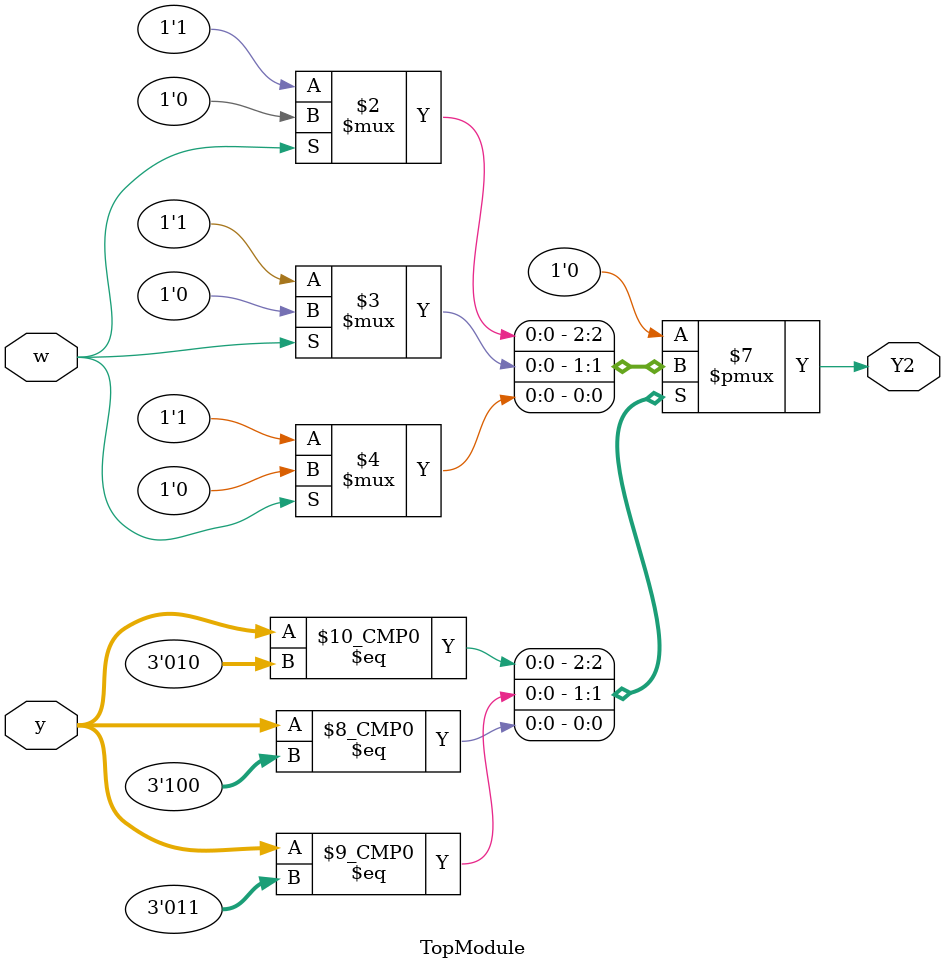
<source format=sv>

module TopModule (
  input [3:1] y,
  input w,
  output reg Y2
);
  always @(*) begin
    case (y)
      3'b000: Y2 = 1'b0; // A -> next states: w=0 -> B(001), w=1 -> A(000) -> y[2]=0 for both
      3'b001: Y2 = 1'b0; // B -> next states: w=0 -> C(010), w=1 -> D(011) -> y[2]=0 for both
      3'b010: Y2 = w ? 1'b0 : 1'b1; // C -> w=1: D(011) y[2]=0, w=0: E(100) y[2]=1
      3'b011: Y2 = w ? 1'b0 : 1'b1; // D -> w=1: A(000) y[2]=0, w=0: F(101) y[2]=1
      3'b100: Y2 = w ? 1'b0 : 1'b1; // E -> w=1: D(011) y[2]=0, w=0: E(100) y[2]=1
      3'b101: Y2 = 1'b0; // F -> next states: w=0 -> C(010), w=1 -> D(011) -> y[2]=0 for both
      default: Y2 = 1'b0;
    endcase
  end
endmodule

</source>
